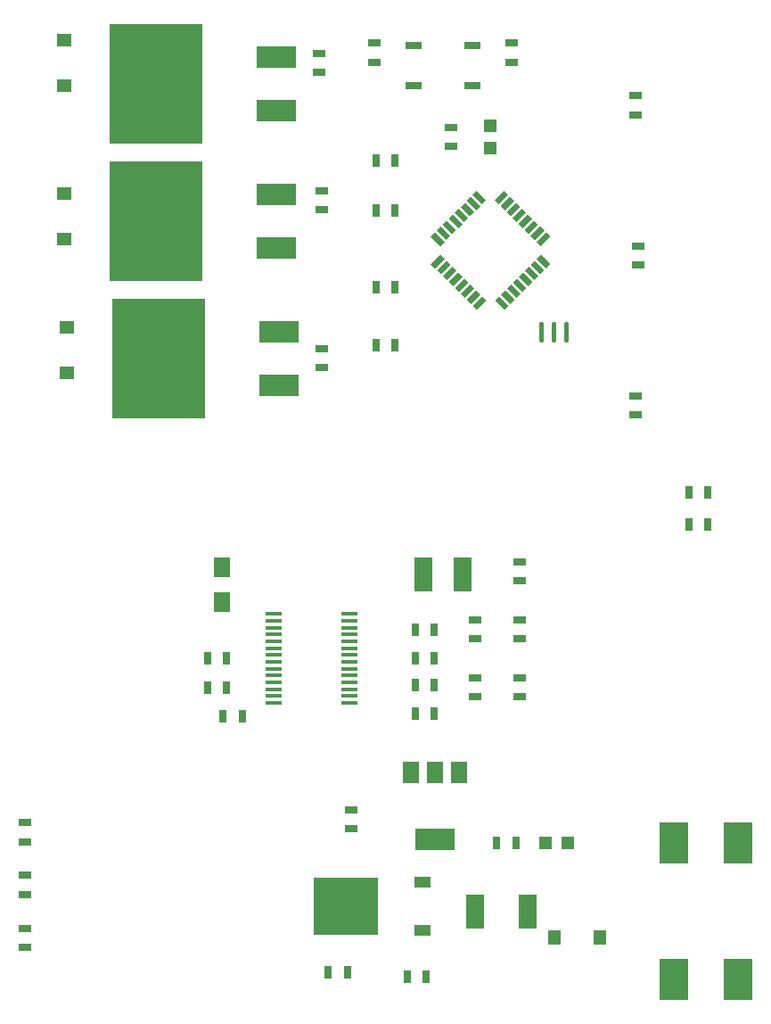
<source format=gbr>
G04 EAGLE Gerber RS-274X export*
G75*
%MOMM*%
%FSLAX34Y34*%
%LPD*%
%AMOC8*
5,1,8,0,0,1.08239X$1,22.5*%
G01*
%ADD10R,1.200000X0.800000*%
%ADD11R,1.200000X1.200000*%
%ADD12R,1.270000X1.470000*%
%ADD13R,0.800000X1.200000*%
%ADD14R,1.780000X3.200000*%
%ADD15R,1.498600X2.006600*%
%ADD16R,3.810000X2.006600*%
%ADD17R,2.800000X2.400000*%
%ADD18R,2.799081X1.485900*%
%ADD19R,6.200000X5.400000*%
%ADD20R,1.600000X1.000000*%
%ADD21R,1.470000X1.270000*%
%ADD22R,3.810000X2.082800*%
%ADD23R,8.890000X11.430000*%
%ADD24R,1.500000X0.400000*%
%ADD25R,1.700000X3.300000*%
%ADD26R,1.600000X1.900000*%
%ADD27R,1.270000X0.558800*%
%ADD28R,0.558800X1.270000*%
%ADD29R,1.524000X0.762000*%
%ADD30C,0.450000*%


D10*
X442500Y178500D03*
X442500Y196500D03*
D11*
X648000Y165000D03*
X627000Y165000D03*
D12*
X679000Y75000D03*
X636000Y75000D03*
D13*
X439000Y42500D03*
X421000Y42500D03*
X599000Y165000D03*
X581000Y165000D03*
D14*
X609900Y100000D03*
X560100Y100000D03*
D15*
X545106Y231496D03*
X522246Y231496D03*
X499386Y231496D03*
D16*
X522500Y168504D03*
D17*
X810000Y43000D03*
X810000Y157000D03*
X749000Y43000D03*
X749000Y157000D03*
D18*
X810000Y176391D03*
X748989Y176416D03*
X748989Y23610D03*
X810000Y23610D03*
D19*
X437500Y105000D03*
D20*
X510500Y82200D03*
X510500Y127800D03*
D13*
X496000Y37500D03*
X514000Y37500D03*
D10*
X412500Y914000D03*
X412500Y896000D03*
D21*
X170000Y883500D03*
X170000Y926500D03*
D22*
X371400Y859600D03*
X371400Y910400D03*
D23*
X257100Y885000D03*
D10*
X712500Y589000D03*
X712500Y571000D03*
X715000Y731500D03*
X715000Y713500D03*
X415000Y784000D03*
X415000Y766000D03*
D21*
X170000Y738500D03*
X170000Y781500D03*
D22*
X371400Y729600D03*
X371400Y780400D03*
D23*
X257100Y755000D03*
D10*
X415000Y634000D03*
X415000Y616000D03*
D21*
X172500Y611000D03*
X172500Y654000D03*
D22*
X373900Y599600D03*
X373900Y650400D03*
D23*
X259600Y625000D03*
D10*
X712500Y874000D03*
X712500Y856000D03*
X132500Y184000D03*
X132500Y166000D03*
X132500Y134000D03*
X132500Y116000D03*
X132500Y84000D03*
X132500Y66000D03*
D24*
X368750Y382250D03*
X368750Y375750D03*
X368750Y369250D03*
X368750Y362750D03*
X368750Y356250D03*
X368750Y349750D03*
X368750Y343250D03*
X368750Y336750D03*
X368750Y330250D03*
X368750Y323750D03*
X368750Y317250D03*
X368750Y310750D03*
X368750Y304250D03*
X368750Y297750D03*
X441250Y297750D03*
X441250Y304250D03*
X441250Y310750D03*
X441250Y317250D03*
X441250Y323750D03*
X441250Y330250D03*
X441250Y336750D03*
X441250Y343250D03*
X441250Y349750D03*
X441250Y356250D03*
X441250Y362750D03*
X441250Y369250D03*
X441250Y375750D03*
X441250Y382250D03*
D13*
X324000Y312500D03*
X306000Y312500D03*
X324000Y340000D03*
X306000Y340000D03*
X339000Y285000D03*
X321000Y285000D03*
D25*
X511500Y420000D03*
X548500Y420000D03*
D13*
X503500Y340000D03*
X521500Y340000D03*
X503500Y367500D03*
X521500Y367500D03*
D10*
X560000Y358500D03*
X560000Y376500D03*
X602500Y358500D03*
X602500Y376500D03*
X602500Y303500D03*
X602500Y321500D03*
X560000Y303500D03*
X560000Y321500D03*
D13*
X521500Y315000D03*
X503500Y315000D03*
D10*
X602500Y431500D03*
X602500Y413500D03*
D13*
X521500Y287500D03*
X503500Y287500D03*
D26*
X320000Y393500D03*
X320000Y426500D03*
D13*
X781500Y467500D03*
X763500Y467500D03*
X781500Y497500D03*
X763500Y497500D03*
D10*
X465000Y924000D03*
X465000Y906000D03*
D13*
X466000Y812500D03*
X484000Y812500D03*
X466000Y765000D03*
X484000Y765000D03*
D10*
X537500Y826000D03*
X537500Y844000D03*
D11*
X575000Y845500D03*
X575000Y824500D03*
D27*
G36*
X583040Y683813D02*
X592019Y674834D01*
X588068Y670883D01*
X579089Y679862D01*
X583040Y683813D01*
G37*
G36*
X588697Y689470D02*
X597676Y680491D01*
X593725Y676540D01*
X584746Y685519D01*
X588697Y689470D01*
G37*
G36*
X594354Y695126D02*
X603333Y686147D01*
X599382Y682196D01*
X590403Y691175D01*
X594354Y695126D01*
G37*
G36*
X600011Y700783D02*
X608990Y691804D01*
X605039Y687853D01*
X596060Y696832D01*
X600011Y700783D01*
G37*
G36*
X605668Y706440D02*
X614647Y697461D01*
X610696Y693510D01*
X601717Y702489D01*
X605668Y706440D01*
G37*
G36*
X611325Y712097D02*
X620304Y703118D01*
X616353Y699167D01*
X607374Y708146D01*
X611325Y712097D01*
G37*
G36*
X616981Y717754D02*
X625960Y708775D01*
X622009Y704824D01*
X613030Y713803D01*
X616981Y717754D01*
G37*
G36*
X622638Y723411D02*
X631617Y714432D01*
X627666Y710481D01*
X618687Y719460D01*
X622638Y723411D01*
G37*
D28*
G36*
X627666Y744519D02*
X631617Y740568D01*
X622638Y731589D01*
X618687Y735540D01*
X627666Y744519D01*
G37*
G36*
X622009Y750176D02*
X625960Y746225D01*
X616981Y737246D01*
X613030Y741197D01*
X622009Y750176D01*
G37*
G36*
X616353Y755833D02*
X620304Y751882D01*
X611325Y742903D01*
X607374Y746854D01*
X616353Y755833D01*
G37*
G36*
X610696Y761490D02*
X614647Y757539D01*
X605668Y748560D01*
X601717Y752511D01*
X610696Y761490D01*
G37*
G36*
X605039Y767147D02*
X608990Y763196D01*
X600011Y754217D01*
X596060Y758168D01*
X605039Y767147D01*
G37*
G36*
X599382Y772804D02*
X603333Y768853D01*
X594354Y759874D01*
X590403Y763825D01*
X599382Y772804D01*
G37*
G36*
X593725Y778460D02*
X597676Y774509D01*
X588697Y765530D01*
X584746Y769481D01*
X593725Y778460D01*
G37*
G36*
X588068Y784117D02*
X592019Y780166D01*
X583040Y771187D01*
X579089Y775138D01*
X588068Y784117D01*
G37*
D27*
G36*
X561932Y784117D02*
X570911Y775138D01*
X566960Y771187D01*
X557981Y780166D01*
X561932Y784117D01*
G37*
G36*
X556275Y778460D02*
X565254Y769481D01*
X561303Y765530D01*
X552324Y774509D01*
X556275Y778460D01*
G37*
G36*
X550618Y772804D02*
X559597Y763825D01*
X555646Y759874D01*
X546667Y768853D01*
X550618Y772804D01*
G37*
G36*
X544961Y767147D02*
X553940Y758168D01*
X549989Y754217D01*
X541010Y763196D01*
X544961Y767147D01*
G37*
G36*
X539304Y761490D02*
X548283Y752511D01*
X544332Y748560D01*
X535353Y757539D01*
X539304Y761490D01*
G37*
G36*
X533647Y755833D02*
X542626Y746854D01*
X538675Y742903D01*
X529696Y751882D01*
X533647Y755833D01*
G37*
G36*
X527991Y750176D02*
X536970Y741197D01*
X533019Y737246D01*
X524040Y746225D01*
X527991Y750176D01*
G37*
G36*
X522334Y744519D02*
X531313Y735540D01*
X527362Y731589D01*
X518383Y740568D01*
X522334Y744519D01*
G37*
D28*
G36*
X527362Y723411D02*
X531313Y719460D01*
X522334Y710481D01*
X518383Y714432D01*
X527362Y723411D01*
G37*
G36*
X533019Y717754D02*
X536970Y713803D01*
X527991Y704824D01*
X524040Y708775D01*
X533019Y717754D01*
G37*
G36*
X538675Y712097D02*
X542626Y708146D01*
X533647Y699167D01*
X529696Y703118D01*
X538675Y712097D01*
G37*
G36*
X544332Y706440D02*
X548283Y702489D01*
X539304Y693510D01*
X535353Y697461D01*
X544332Y706440D01*
G37*
G36*
X549989Y700783D02*
X553940Y696832D01*
X544961Y687853D01*
X541010Y691804D01*
X549989Y700783D01*
G37*
G36*
X555646Y695126D02*
X559597Y691175D01*
X550618Y682196D01*
X546667Y686147D01*
X555646Y695126D01*
G37*
G36*
X561303Y689470D02*
X565254Y685519D01*
X556275Y676540D01*
X552324Y680491D01*
X561303Y689470D01*
G37*
G36*
X566960Y683813D02*
X570911Y679862D01*
X561932Y670883D01*
X557981Y674834D01*
X566960Y683813D01*
G37*
D10*
X595000Y924000D03*
X595000Y906000D03*
D13*
X484000Y692500D03*
X466000Y692500D03*
D29*
X557940Y883450D03*
X502060Y883450D03*
X557940Y921550D03*
X502060Y921550D03*
D30*
X623000Y657275D02*
X623000Y642725D01*
X635000Y642725D02*
X635000Y657275D01*
X647000Y657275D02*
X647000Y642725D01*
D13*
X484000Y637500D03*
X466000Y637500D03*
M02*

</source>
